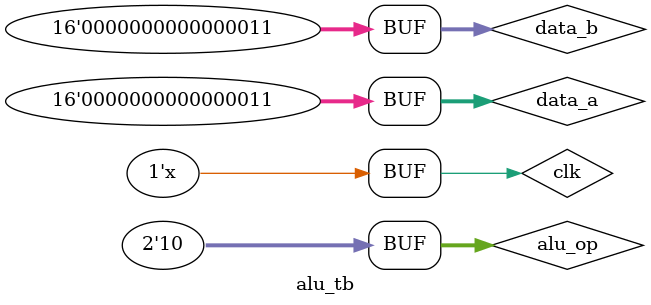
<source format=v>
`timescale 1ns/1ns
module alu(clk,alu_op,data_a,data_b,
				result,flags);

input wire clk;
input wire[1:0] alu_op;
input wire[15:0] data_a,data_b;

output reg[15:0] result;
output reg[1:0] flags;				//2nd bit for carry, 1st bit for zero

parameter add_a=2'b00,				//add for arthematic operation
			nda=2'b01,					//nand
			eq=2'b10,					//operation for equal
			add_m=2'b11;			// add for memory operation

initial begin
flags<=2'b00;
end
			
always @* begin
	if(clk) begin
		case(alu_op) 
			add_a: begin
						{flags[1],result}=data_a+data_b;
						flags[0]<=(result==0)?1:0;
					end
			nda:	begin
						result=~(data_a & data_b);
					end
			eq:	begin
						flags[0]<=(result==0)?1:0;
						result<=data_a-data_b;
					end
			add_m: begin
						result=data_a+data_b;
						flags[0]<=~|result;
					end
			
		endcase
	end
end


endmodule

module alu_tb();
reg clk;
reg [1:0] alu_op;
reg [15:0] data_a,data_b;

wire[15:0] result;
wire[1:0] flags;


alu a(clk,alu_op,data_a,data_b,result,flags);

always #5 clk=~clk;

initial begin
	clk=0;
	alu_op=3'b010;
	data_a<=3;
	data_b<=3;
end
endmodule

</source>
